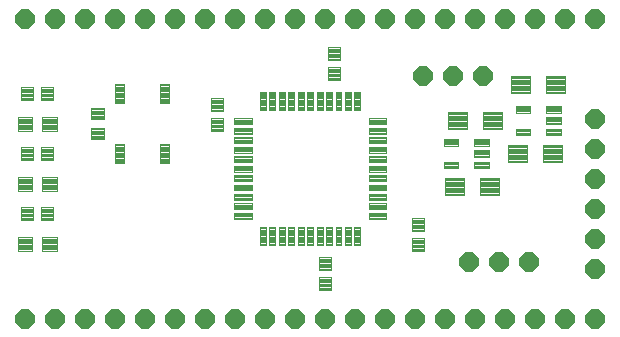
<source format=gts>
G75*
G70*
%OFA0B0*%
%FSLAX24Y24*%
%IPPOS*%
%LPD*%
%AMOC8*
5,1,8,0,0,1.08239X$1,22.5*
%
%ADD10C,0.0040*%
%ADD11OC8,0.0640*%
%ADD12C,0.0043*%
%ADD13C,0.0041*%
%ADD14C,0.0041*%
%ADD15C,0.0041*%
%ADD16C,0.0041*%
D10*
X011222Y004488D02*
X011222Y004684D01*
X011222Y004488D02*
X010632Y004488D01*
X010632Y004684D01*
X011222Y004684D01*
X011222Y004527D02*
X010632Y004527D01*
X010632Y004566D02*
X011222Y004566D01*
X011222Y004605D02*
X010632Y004605D01*
X010632Y004644D02*
X011222Y004644D01*
X011222Y004683D02*
X010632Y004683D01*
X011222Y004803D02*
X011222Y004999D01*
X011222Y004803D02*
X010632Y004803D01*
X010632Y004999D01*
X011222Y004999D01*
X011222Y004842D02*
X010632Y004842D01*
X010632Y004881D02*
X011222Y004881D01*
X011222Y004920D02*
X010632Y004920D01*
X010632Y004959D02*
X011222Y004959D01*
X011222Y004998D02*
X010632Y004998D01*
X011222Y005118D02*
X011222Y005314D01*
X011222Y005118D02*
X010632Y005118D01*
X010632Y005314D01*
X011222Y005314D01*
X011222Y005157D02*
X010632Y005157D01*
X010632Y005196D02*
X011222Y005196D01*
X011222Y005235D02*
X010632Y005235D01*
X010632Y005274D02*
X011222Y005274D01*
X011222Y005313D02*
X010632Y005313D01*
X011222Y005433D02*
X011222Y005629D01*
X011222Y005433D02*
X010632Y005433D01*
X010632Y005629D01*
X011222Y005629D01*
X011222Y005472D02*
X010632Y005472D01*
X010632Y005511D02*
X011222Y005511D01*
X011222Y005550D02*
X010632Y005550D01*
X010632Y005589D02*
X011222Y005589D01*
X011222Y005628D02*
X010632Y005628D01*
X011222Y005748D02*
X011222Y005944D01*
X011222Y005748D02*
X010632Y005748D01*
X010632Y005944D01*
X011222Y005944D01*
X011222Y005787D02*
X010632Y005787D01*
X010632Y005826D02*
X011222Y005826D01*
X011222Y005865D02*
X010632Y005865D01*
X010632Y005904D02*
X011222Y005904D01*
X011222Y005943D02*
X010632Y005943D01*
X011222Y006063D02*
X011222Y006259D01*
X011222Y006063D02*
X010632Y006063D01*
X010632Y006259D01*
X011222Y006259D01*
X011222Y006102D02*
X010632Y006102D01*
X010632Y006141D02*
X011222Y006141D01*
X011222Y006180D02*
X010632Y006180D01*
X010632Y006219D02*
X011222Y006219D01*
X011222Y006258D02*
X010632Y006258D01*
X011222Y006378D02*
X011222Y006574D01*
X011222Y006378D02*
X010632Y006378D01*
X010632Y006574D01*
X011222Y006574D01*
X011222Y006417D02*
X010632Y006417D01*
X010632Y006456D02*
X011222Y006456D01*
X011222Y006495D02*
X010632Y006495D01*
X010632Y006534D02*
X011222Y006534D01*
X011222Y006573D02*
X010632Y006573D01*
X011222Y006693D02*
X011222Y006889D01*
X011222Y006693D02*
X010632Y006693D01*
X010632Y006889D01*
X011222Y006889D01*
X011222Y006732D02*
X010632Y006732D01*
X010632Y006771D02*
X011222Y006771D01*
X011222Y006810D02*
X010632Y006810D01*
X010632Y006849D02*
X011222Y006849D01*
X011222Y006888D02*
X010632Y006888D01*
X011222Y007008D02*
X011222Y007204D01*
X011222Y007008D02*
X010632Y007008D01*
X010632Y007204D01*
X011222Y007204D01*
X011222Y007047D02*
X010632Y007047D01*
X010632Y007086D02*
X011222Y007086D01*
X011222Y007125D02*
X010632Y007125D01*
X010632Y007164D02*
X011222Y007164D01*
X011222Y007203D02*
X010632Y007203D01*
X011222Y007323D02*
X011222Y007519D01*
X011222Y007323D02*
X010632Y007323D01*
X010632Y007519D01*
X011222Y007519D01*
X011222Y007362D02*
X010632Y007362D01*
X010632Y007401D02*
X011222Y007401D01*
X011222Y007440D02*
X010632Y007440D01*
X010632Y007479D02*
X011222Y007479D01*
X011222Y007518D02*
X010632Y007518D01*
X011222Y007638D02*
X011222Y007834D01*
X011222Y007638D02*
X010632Y007638D01*
X010632Y007834D01*
X011222Y007834D01*
X011222Y007677D02*
X010632Y007677D01*
X010632Y007716D02*
X011222Y007716D01*
X011222Y007755D02*
X010632Y007755D01*
X010632Y007794D02*
X011222Y007794D01*
X011222Y007833D02*
X010632Y007833D01*
X011694Y008110D02*
X011694Y008700D01*
X011694Y008110D02*
X011498Y008110D01*
X011498Y008700D01*
X011694Y008700D01*
X011694Y008149D02*
X011498Y008149D01*
X011498Y008188D02*
X011694Y008188D01*
X011694Y008227D02*
X011498Y008227D01*
X011498Y008266D02*
X011694Y008266D01*
X011694Y008305D02*
X011498Y008305D01*
X011498Y008344D02*
X011694Y008344D01*
X011694Y008383D02*
X011498Y008383D01*
X011498Y008422D02*
X011694Y008422D01*
X011694Y008461D02*
X011498Y008461D01*
X011498Y008500D02*
X011694Y008500D01*
X011694Y008539D02*
X011498Y008539D01*
X011498Y008578D02*
X011694Y008578D01*
X011694Y008617D02*
X011498Y008617D01*
X011498Y008656D02*
X011694Y008656D01*
X011694Y008695D02*
X011498Y008695D01*
X012009Y008700D02*
X012009Y008110D01*
X011813Y008110D01*
X011813Y008700D01*
X012009Y008700D01*
X012009Y008149D02*
X011813Y008149D01*
X011813Y008188D02*
X012009Y008188D01*
X012009Y008227D02*
X011813Y008227D01*
X011813Y008266D02*
X012009Y008266D01*
X012009Y008305D02*
X011813Y008305D01*
X011813Y008344D02*
X012009Y008344D01*
X012009Y008383D02*
X011813Y008383D01*
X011813Y008422D02*
X012009Y008422D01*
X012009Y008461D02*
X011813Y008461D01*
X011813Y008500D02*
X012009Y008500D01*
X012009Y008539D02*
X011813Y008539D01*
X011813Y008578D02*
X012009Y008578D01*
X012009Y008617D02*
X011813Y008617D01*
X011813Y008656D02*
X012009Y008656D01*
X012009Y008695D02*
X011813Y008695D01*
X012324Y008700D02*
X012324Y008110D01*
X012128Y008110D01*
X012128Y008700D01*
X012324Y008700D01*
X012324Y008149D02*
X012128Y008149D01*
X012128Y008188D02*
X012324Y008188D01*
X012324Y008227D02*
X012128Y008227D01*
X012128Y008266D02*
X012324Y008266D01*
X012324Y008305D02*
X012128Y008305D01*
X012128Y008344D02*
X012324Y008344D01*
X012324Y008383D02*
X012128Y008383D01*
X012128Y008422D02*
X012324Y008422D01*
X012324Y008461D02*
X012128Y008461D01*
X012128Y008500D02*
X012324Y008500D01*
X012324Y008539D02*
X012128Y008539D01*
X012128Y008578D02*
X012324Y008578D01*
X012324Y008617D02*
X012128Y008617D01*
X012128Y008656D02*
X012324Y008656D01*
X012324Y008695D02*
X012128Y008695D01*
X012639Y008700D02*
X012639Y008110D01*
X012443Y008110D01*
X012443Y008700D01*
X012639Y008700D01*
X012639Y008149D02*
X012443Y008149D01*
X012443Y008188D02*
X012639Y008188D01*
X012639Y008227D02*
X012443Y008227D01*
X012443Y008266D02*
X012639Y008266D01*
X012639Y008305D02*
X012443Y008305D01*
X012443Y008344D02*
X012639Y008344D01*
X012639Y008383D02*
X012443Y008383D01*
X012443Y008422D02*
X012639Y008422D01*
X012639Y008461D02*
X012443Y008461D01*
X012443Y008500D02*
X012639Y008500D01*
X012639Y008539D02*
X012443Y008539D01*
X012443Y008578D02*
X012639Y008578D01*
X012639Y008617D02*
X012443Y008617D01*
X012443Y008656D02*
X012639Y008656D01*
X012639Y008695D02*
X012443Y008695D01*
X012954Y008700D02*
X012954Y008110D01*
X012758Y008110D01*
X012758Y008700D01*
X012954Y008700D01*
X012954Y008149D02*
X012758Y008149D01*
X012758Y008188D02*
X012954Y008188D01*
X012954Y008227D02*
X012758Y008227D01*
X012758Y008266D02*
X012954Y008266D01*
X012954Y008305D02*
X012758Y008305D01*
X012758Y008344D02*
X012954Y008344D01*
X012954Y008383D02*
X012758Y008383D01*
X012758Y008422D02*
X012954Y008422D01*
X012954Y008461D02*
X012758Y008461D01*
X012758Y008500D02*
X012954Y008500D01*
X012954Y008539D02*
X012758Y008539D01*
X012758Y008578D02*
X012954Y008578D01*
X012954Y008617D02*
X012758Y008617D01*
X012758Y008656D02*
X012954Y008656D01*
X012954Y008695D02*
X012758Y008695D01*
X013269Y008700D02*
X013269Y008110D01*
X013073Y008110D01*
X013073Y008700D01*
X013269Y008700D01*
X013269Y008149D02*
X013073Y008149D01*
X013073Y008188D02*
X013269Y008188D01*
X013269Y008227D02*
X013073Y008227D01*
X013073Y008266D02*
X013269Y008266D01*
X013269Y008305D02*
X013073Y008305D01*
X013073Y008344D02*
X013269Y008344D01*
X013269Y008383D02*
X013073Y008383D01*
X013073Y008422D02*
X013269Y008422D01*
X013269Y008461D02*
X013073Y008461D01*
X013073Y008500D02*
X013269Y008500D01*
X013269Y008539D02*
X013073Y008539D01*
X013073Y008578D02*
X013269Y008578D01*
X013269Y008617D02*
X013073Y008617D01*
X013073Y008656D02*
X013269Y008656D01*
X013269Y008695D02*
X013073Y008695D01*
X013584Y008700D02*
X013584Y008110D01*
X013388Y008110D01*
X013388Y008700D01*
X013584Y008700D01*
X013584Y008149D02*
X013388Y008149D01*
X013388Y008188D02*
X013584Y008188D01*
X013584Y008227D02*
X013388Y008227D01*
X013388Y008266D02*
X013584Y008266D01*
X013584Y008305D02*
X013388Y008305D01*
X013388Y008344D02*
X013584Y008344D01*
X013584Y008383D02*
X013388Y008383D01*
X013388Y008422D02*
X013584Y008422D01*
X013584Y008461D02*
X013388Y008461D01*
X013388Y008500D02*
X013584Y008500D01*
X013584Y008539D02*
X013388Y008539D01*
X013388Y008578D02*
X013584Y008578D01*
X013584Y008617D02*
X013388Y008617D01*
X013388Y008656D02*
X013584Y008656D01*
X013584Y008695D02*
X013388Y008695D01*
X013899Y008700D02*
X013899Y008110D01*
X013703Y008110D01*
X013703Y008700D01*
X013899Y008700D01*
X013899Y008149D02*
X013703Y008149D01*
X013703Y008188D02*
X013899Y008188D01*
X013899Y008227D02*
X013703Y008227D01*
X013703Y008266D02*
X013899Y008266D01*
X013899Y008305D02*
X013703Y008305D01*
X013703Y008344D02*
X013899Y008344D01*
X013899Y008383D02*
X013703Y008383D01*
X013703Y008422D02*
X013899Y008422D01*
X013899Y008461D02*
X013703Y008461D01*
X013703Y008500D02*
X013899Y008500D01*
X013899Y008539D02*
X013703Y008539D01*
X013703Y008578D02*
X013899Y008578D01*
X013899Y008617D02*
X013703Y008617D01*
X013703Y008656D02*
X013899Y008656D01*
X013899Y008695D02*
X013703Y008695D01*
X014214Y008700D02*
X014214Y008110D01*
X014018Y008110D01*
X014018Y008700D01*
X014214Y008700D01*
X014214Y008149D02*
X014018Y008149D01*
X014018Y008188D02*
X014214Y008188D01*
X014214Y008227D02*
X014018Y008227D01*
X014018Y008266D02*
X014214Y008266D01*
X014214Y008305D02*
X014018Y008305D01*
X014018Y008344D02*
X014214Y008344D01*
X014214Y008383D02*
X014018Y008383D01*
X014018Y008422D02*
X014214Y008422D01*
X014214Y008461D02*
X014018Y008461D01*
X014018Y008500D02*
X014214Y008500D01*
X014214Y008539D02*
X014018Y008539D01*
X014018Y008578D02*
X014214Y008578D01*
X014214Y008617D02*
X014018Y008617D01*
X014018Y008656D02*
X014214Y008656D01*
X014214Y008695D02*
X014018Y008695D01*
X014529Y008700D02*
X014529Y008110D01*
X014333Y008110D01*
X014333Y008700D01*
X014529Y008700D01*
X014529Y008149D02*
X014333Y008149D01*
X014333Y008188D02*
X014529Y008188D01*
X014529Y008227D02*
X014333Y008227D01*
X014333Y008266D02*
X014529Y008266D01*
X014529Y008305D02*
X014333Y008305D01*
X014333Y008344D02*
X014529Y008344D01*
X014529Y008383D02*
X014333Y008383D01*
X014333Y008422D02*
X014529Y008422D01*
X014529Y008461D02*
X014333Y008461D01*
X014333Y008500D02*
X014529Y008500D01*
X014529Y008539D02*
X014333Y008539D01*
X014333Y008578D02*
X014529Y008578D01*
X014529Y008617D02*
X014333Y008617D01*
X014333Y008656D02*
X014529Y008656D01*
X014529Y008695D02*
X014333Y008695D01*
X014844Y008700D02*
X014844Y008110D01*
X014648Y008110D01*
X014648Y008700D01*
X014844Y008700D01*
X014844Y008149D02*
X014648Y008149D01*
X014648Y008188D02*
X014844Y008188D01*
X014844Y008227D02*
X014648Y008227D01*
X014648Y008266D02*
X014844Y008266D01*
X014844Y008305D02*
X014648Y008305D01*
X014648Y008344D02*
X014844Y008344D01*
X014844Y008383D02*
X014648Y008383D01*
X014648Y008422D02*
X014844Y008422D01*
X014844Y008461D02*
X014648Y008461D01*
X014648Y008500D02*
X014844Y008500D01*
X014844Y008539D02*
X014648Y008539D01*
X014648Y008578D02*
X014844Y008578D01*
X014844Y008617D02*
X014648Y008617D01*
X014648Y008656D02*
X014844Y008656D01*
X014844Y008695D02*
X014648Y008695D01*
X015710Y007834D02*
X015710Y007638D01*
X015120Y007638D01*
X015120Y007834D01*
X015710Y007834D01*
X015710Y007677D02*
X015120Y007677D01*
X015120Y007716D02*
X015710Y007716D01*
X015710Y007755D02*
X015120Y007755D01*
X015120Y007794D02*
X015710Y007794D01*
X015710Y007833D02*
X015120Y007833D01*
X015710Y007519D02*
X015710Y007323D01*
X015120Y007323D01*
X015120Y007519D01*
X015710Y007519D01*
X015710Y007362D02*
X015120Y007362D01*
X015120Y007401D02*
X015710Y007401D01*
X015710Y007440D02*
X015120Y007440D01*
X015120Y007479D02*
X015710Y007479D01*
X015710Y007518D02*
X015120Y007518D01*
X015710Y007204D02*
X015710Y007008D01*
X015120Y007008D01*
X015120Y007204D01*
X015710Y007204D01*
X015710Y007047D02*
X015120Y007047D01*
X015120Y007086D02*
X015710Y007086D01*
X015710Y007125D02*
X015120Y007125D01*
X015120Y007164D02*
X015710Y007164D01*
X015710Y007203D02*
X015120Y007203D01*
X015710Y006889D02*
X015710Y006693D01*
X015120Y006693D01*
X015120Y006889D01*
X015710Y006889D01*
X015710Y006732D02*
X015120Y006732D01*
X015120Y006771D02*
X015710Y006771D01*
X015710Y006810D02*
X015120Y006810D01*
X015120Y006849D02*
X015710Y006849D01*
X015710Y006888D02*
X015120Y006888D01*
X015710Y006574D02*
X015710Y006378D01*
X015120Y006378D01*
X015120Y006574D01*
X015710Y006574D01*
X015710Y006417D02*
X015120Y006417D01*
X015120Y006456D02*
X015710Y006456D01*
X015710Y006495D02*
X015120Y006495D01*
X015120Y006534D02*
X015710Y006534D01*
X015710Y006573D02*
X015120Y006573D01*
X015710Y006259D02*
X015710Y006063D01*
X015120Y006063D01*
X015120Y006259D01*
X015710Y006259D01*
X015710Y006102D02*
X015120Y006102D01*
X015120Y006141D02*
X015710Y006141D01*
X015710Y006180D02*
X015120Y006180D01*
X015120Y006219D02*
X015710Y006219D01*
X015710Y006258D02*
X015120Y006258D01*
X015710Y005944D02*
X015710Y005748D01*
X015120Y005748D01*
X015120Y005944D01*
X015710Y005944D01*
X015710Y005787D02*
X015120Y005787D01*
X015120Y005826D02*
X015710Y005826D01*
X015710Y005865D02*
X015120Y005865D01*
X015120Y005904D02*
X015710Y005904D01*
X015710Y005943D02*
X015120Y005943D01*
X015710Y005629D02*
X015710Y005433D01*
X015120Y005433D01*
X015120Y005629D01*
X015710Y005629D01*
X015710Y005472D02*
X015120Y005472D01*
X015120Y005511D02*
X015710Y005511D01*
X015710Y005550D02*
X015120Y005550D01*
X015120Y005589D02*
X015710Y005589D01*
X015710Y005628D02*
X015120Y005628D01*
X015710Y005314D02*
X015710Y005118D01*
X015120Y005118D01*
X015120Y005314D01*
X015710Y005314D01*
X015710Y005157D02*
X015120Y005157D01*
X015120Y005196D02*
X015710Y005196D01*
X015710Y005235D02*
X015120Y005235D01*
X015120Y005274D02*
X015710Y005274D01*
X015710Y005313D02*
X015120Y005313D01*
X015710Y004999D02*
X015710Y004803D01*
X015120Y004803D01*
X015120Y004999D01*
X015710Y004999D01*
X015710Y004842D02*
X015120Y004842D01*
X015120Y004881D02*
X015710Y004881D01*
X015710Y004920D02*
X015120Y004920D01*
X015120Y004959D02*
X015710Y004959D01*
X015710Y004998D02*
X015120Y004998D01*
X015710Y004684D02*
X015710Y004488D01*
X015120Y004488D01*
X015120Y004684D01*
X015710Y004684D01*
X015710Y004527D02*
X015120Y004527D01*
X015120Y004566D02*
X015710Y004566D01*
X015710Y004605D02*
X015120Y004605D01*
X015120Y004644D02*
X015710Y004644D01*
X015710Y004683D02*
X015120Y004683D01*
X014844Y004212D02*
X014844Y003622D01*
X014648Y003622D01*
X014648Y004212D01*
X014844Y004212D01*
X014844Y003661D02*
X014648Y003661D01*
X014648Y003700D02*
X014844Y003700D01*
X014844Y003739D02*
X014648Y003739D01*
X014648Y003778D02*
X014844Y003778D01*
X014844Y003817D02*
X014648Y003817D01*
X014648Y003856D02*
X014844Y003856D01*
X014844Y003895D02*
X014648Y003895D01*
X014648Y003934D02*
X014844Y003934D01*
X014844Y003973D02*
X014648Y003973D01*
X014648Y004012D02*
X014844Y004012D01*
X014844Y004051D02*
X014648Y004051D01*
X014648Y004090D02*
X014844Y004090D01*
X014844Y004129D02*
X014648Y004129D01*
X014648Y004168D02*
X014844Y004168D01*
X014844Y004207D02*
X014648Y004207D01*
X014529Y004212D02*
X014529Y003622D01*
X014333Y003622D01*
X014333Y004212D01*
X014529Y004212D01*
X014529Y003661D02*
X014333Y003661D01*
X014333Y003700D02*
X014529Y003700D01*
X014529Y003739D02*
X014333Y003739D01*
X014333Y003778D02*
X014529Y003778D01*
X014529Y003817D02*
X014333Y003817D01*
X014333Y003856D02*
X014529Y003856D01*
X014529Y003895D02*
X014333Y003895D01*
X014333Y003934D02*
X014529Y003934D01*
X014529Y003973D02*
X014333Y003973D01*
X014333Y004012D02*
X014529Y004012D01*
X014529Y004051D02*
X014333Y004051D01*
X014333Y004090D02*
X014529Y004090D01*
X014529Y004129D02*
X014333Y004129D01*
X014333Y004168D02*
X014529Y004168D01*
X014529Y004207D02*
X014333Y004207D01*
X014214Y004212D02*
X014214Y003622D01*
X014018Y003622D01*
X014018Y004212D01*
X014214Y004212D01*
X014214Y003661D02*
X014018Y003661D01*
X014018Y003700D02*
X014214Y003700D01*
X014214Y003739D02*
X014018Y003739D01*
X014018Y003778D02*
X014214Y003778D01*
X014214Y003817D02*
X014018Y003817D01*
X014018Y003856D02*
X014214Y003856D01*
X014214Y003895D02*
X014018Y003895D01*
X014018Y003934D02*
X014214Y003934D01*
X014214Y003973D02*
X014018Y003973D01*
X014018Y004012D02*
X014214Y004012D01*
X014214Y004051D02*
X014018Y004051D01*
X014018Y004090D02*
X014214Y004090D01*
X014214Y004129D02*
X014018Y004129D01*
X014018Y004168D02*
X014214Y004168D01*
X014214Y004207D02*
X014018Y004207D01*
X013899Y004212D02*
X013899Y003622D01*
X013703Y003622D01*
X013703Y004212D01*
X013899Y004212D01*
X013899Y003661D02*
X013703Y003661D01*
X013703Y003700D02*
X013899Y003700D01*
X013899Y003739D02*
X013703Y003739D01*
X013703Y003778D02*
X013899Y003778D01*
X013899Y003817D02*
X013703Y003817D01*
X013703Y003856D02*
X013899Y003856D01*
X013899Y003895D02*
X013703Y003895D01*
X013703Y003934D02*
X013899Y003934D01*
X013899Y003973D02*
X013703Y003973D01*
X013703Y004012D02*
X013899Y004012D01*
X013899Y004051D02*
X013703Y004051D01*
X013703Y004090D02*
X013899Y004090D01*
X013899Y004129D02*
X013703Y004129D01*
X013703Y004168D02*
X013899Y004168D01*
X013899Y004207D02*
X013703Y004207D01*
X013584Y004212D02*
X013584Y003622D01*
X013388Y003622D01*
X013388Y004212D01*
X013584Y004212D01*
X013584Y003661D02*
X013388Y003661D01*
X013388Y003700D02*
X013584Y003700D01*
X013584Y003739D02*
X013388Y003739D01*
X013388Y003778D02*
X013584Y003778D01*
X013584Y003817D02*
X013388Y003817D01*
X013388Y003856D02*
X013584Y003856D01*
X013584Y003895D02*
X013388Y003895D01*
X013388Y003934D02*
X013584Y003934D01*
X013584Y003973D02*
X013388Y003973D01*
X013388Y004012D02*
X013584Y004012D01*
X013584Y004051D02*
X013388Y004051D01*
X013388Y004090D02*
X013584Y004090D01*
X013584Y004129D02*
X013388Y004129D01*
X013388Y004168D02*
X013584Y004168D01*
X013584Y004207D02*
X013388Y004207D01*
X013269Y004212D02*
X013269Y003622D01*
X013073Y003622D01*
X013073Y004212D01*
X013269Y004212D01*
X013269Y003661D02*
X013073Y003661D01*
X013073Y003700D02*
X013269Y003700D01*
X013269Y003739D02*
X013073Y003739D01*
X013073Y003778D02*
X013269Y003778D01*
X013269Y003817D02*
X013073Y003817D01*
X013073Y003856D02*
X013269Y003856D01*
X013269Y003895D02*
X013073Y003895D01*
X013073Y003934D02*
X013269Y003934D01*
X013269Y003973D02*
X013073Y003973D01*
X013073Y004012D02*
X013269Y004012D01*
X013269Y004051D02*
X013073Y004051D01*
X013073Y004090D02*
X013269Y004090D01*
X013269Y004129D02*
X013073Y004129D01*
X013073Y004168D02*
X013269Y004168D01*
X013269Y004207D02*
X013073Y004207D01*
X012954Y004212D02*
X012954Y003622D01*
X012758Y003622D01*
X012758Y004212D01*
X012954Y004212D01*
X012954Y003661D02*
X012758Y003661D01*
X012758Y003700D02*
X012954Y003700D01*
X012954Y003739D02*
X012758Y003739D01*
X012758Y003778D02*
X012954Y003778D01*
X012954Y003817D02*
X012758Y003817D01*
X012758Y003856D02*
X012954Y003856D01*
X012954Y003895D02*
X012758Y003895D01*
X012758Y003934D02*
X012954Y003934D01*
X012954Y003973D02*
X012758Y003973D01*
X012758Y004012D02*
X012954Y004012D01*
X012954Y004051D02*
X012758Y004051D01*
X012758Y004090D02*
X012954Y004090D01*
X012954Y004129D02*
X012758Y004129D01*
X012758Y004168D02*
X012954Y004168D01*
X012954Y004207D02*
X012758Y004207D01*
X012639Y004212D02*
X012639Y003622D01*
X012443Y003622D01*
X012443Y004212D01*
X012639Y004212D01*
X012639Y003661D02*
X012443Y003661D01*
X012443Y003700D02*
X012639Y003700D01*
X012639Y003739D02*
X012443Y003739D01*
X012443Y003778D02*
X012639Y003778D01*
X012639Y003817D02*
X012443Y003817D01*
X012443Y003856D02*
X012639Y003856D01*
X012639Y003895D02*
X012443Y003895D01*
X012443Y003934D02*
X012639Y003934D01*
X012639Y003973D02*
X012443Y003973D01*
X012443Y004012D02*
X012639Y004012D01*
X012639Y004051D02*
X012443Y004051D01*
X012443Y004090D02*
X012639Y004090D01*
X012639Y004129D02*
X012443Y004129D01*
X012443Y004168D02*
X012639Y004168D01*
X012639Y004207D02*
X012443Y004207D01*
X012324Y004212D02*
X012324Y003622D01*
X012128Y003622D01*
X012128Y004212D01*
X012324Y004212D01*
X012324Y003661D02*
X012128Y003661D01*
X012128Y003700D02*
X012324Y003700D01*
X012324Y003739D02*
X012128Y003739D01*
X012128Y003778D02*
X012324Y003778D01*
X012324Y003817D02*
X012128Y003817D01*
X012128Y003856D02*
X012324Y003856D01*
X012324Y003895D02*
X012128Y003895D01*
X012128Y003934D02*
X012324Y003934D01*
X012324Y003973D02*
X012128Y003973D01*
X012128Y004012D02*
X012324Y004012D01*
X012324Y004051D02*
X012128Y004051D01*
X012128Y004090D02*
X012324Y004090D01*
X012324Y004129D02*
X012128Y004129D01*
X012128Y004168D02*
X012324Y004168D01*
X012324Y004207D02*
X012128Y004207D01*
X012009Y004212D02*
X012009Y003622D01*
X011813Y003622D01*
X011813Y004212D01*
X012009Y004212D01*
X012009Y003661D02*
X011813Y003661D01*
X011813Y003700D02*
X012009Y003700D01*
X012009Y003739D02*
X011813Y003739D01*
X011813Y003778D02*
X012009Y003778D01*
X012009Y003817D02*
X011813Y003817D01*
X011813Y003856D02*
X012009Y003856D01*
X012009Y003895D02*
X011813Y003895D01*
X011813Y003934D02*
X012009Y003934D01*
X012009Y003973D02*
X011813Y003973D01*
X011813Y004012D02*
X012009Y004012D01*
X012009Y004051D02*
X011813Y004051D01*
X011813Y004090D02*
X012009Y004090D01*
X012009Y004129D02*
X011813Y004129D01*
X011813Y004168D02*
X012009Y004168D01*
X012009Y004207D02*
X011813Y004207D01*
X011694Y004212D02*
X011694Y003622D01*
X011498Y003622D01*
X011498Y004212D01*
X011694Y004212D01*
X011694Y003661D02*
X011498Y003661D01*
X011498Y003700D02*
X011694Y003700D01*
X011694Y003739D02*
X011498Y003739D01*
X011498Y003778D02*
X011694Y003778D01*
X011694Y003817D02*
X011498Y003817D01*
X011498Y003856D02*
X011694Y003856D01*
X011694Y003895D02*
X011498Y003895D01*
X011498Y003934D02*
X011694Y003934D01*
X011694Y003973D02*
X011498Y003973D01*
X011498Y004012D02*
X011694Y004012D01*
X011694Y004051D02*
X011498Y004051D01*
X011498Y004090D02*
X011694Y004090D01*
X011694Y004129D02*
X011498Y004129D01*
X011498Y004168D02*
X011694Y004168D01*
X011694Y004207D02*
X011498Y004207D01*
D11*
X003671Y001161D03*
X004671Y001161D03*
X005671Y001161D03*
X006671Y001161D03*
X007671Y001161D03*
X008671Y001161D03*
X009671Y001161D03*
X010671Y001161D03*
X011671Y001161D03*
X012671Y001161D03*
X013671Y001161D03*
X014671Y001161D03*
X015671Y001161D03*
X016671Y001161D03*
X017671Y001161D03*
X018671Y001161D03*
X019671Y001161D03*
X020671Y001161D03*
X021671Y001161D03*
X022671Y001161D03*
X022671Y002811D03*
X022671Y003811D03*
X022671Y004811D03*
X022671Y005811D03*
X022671Y006811D03*
X022671Y007811D03*
X018921Y009261D03*
X017921Y009261D03*
X016921Y009261D03*
X016671Y011161D03*
X015671Y011161D03*
X014671Y011161D03*
X013671Y011161D03*
X012671Y011161D03*
X011671Y011161D03*
X010671Y011161D03*
X009671Y011161D03*
X008671Y011161D03*
X007671Y011161D03*
X006671Y011161D03*
X005671Y011161D03*
X004671Y011161D03*
X003671Y011161D03*
X017671Y011161D03*
X018671Y011161D03*
X019671Y011161D03*
X020671Y011161D03*
X021671Y011161D03*
X022671Y011161D03*
X020471Y003061D03*
X019471Y003061D03*
X018471Y003061D03*
D12*
X016575Y003412D02*
X016575Y003842D01*
X016967Y003842D01*
X016967Y003412D01*
X016575Y003412D01*
X016575Y003454D02*
X016967Y003454D01*
X016967Y003496D02*
X016575Y003496D01*
X016575Y003538D02*
X016967Y003538D01*
X016967Y003580D02*
X016575Y003580D01*
X016575Y003622D02*
X016967Y003622D01*
X016967Y003664D02*
X016575Y003664D01*
X016575Y003706D02*
X016967Y003706D01*
X016967Y003748D02*
X016575Y003748D01*
X016575Y003790D02*
X016967Y003790D01*
X016967Y003832D02*
X016575Y003832D01*
X016575Y004081D02*
X016575Y004511D01*
X016967Y004511D01*
X016967Y004081D01*
X016575Y004081D01*
X016575Y004123D02*
X016967Y004123D01*
X016967Y004165D02*
X016575Y004165D01*
X016575Y004207D02*
X016967Y004207D01*
X016967Y004249D02*
X016575Y004249D01*
X016575Y004291D02*
X016967Y004291D01*
X016967Y004333D02*
X016575Y004333D01*
X016575Y004375D02*
X016967Y004375D01*
X016967Y004417D02*
X016575Y004417D01*
X016575Y004459D02*
X016967Y004459D01*
X016967Y004501D02*
X016575Y004501D01*
X013475Y003211D02*
X013475Y002781D01*
X013475Y003211D02*
X013867Y003211D01*
X013867Y002781D01*
X013475Y002781D01*
X013475Y002823D02*
X013867Y002823D01*
X013867Y002865D02*
X013475Y002865D01*
X013475Y002907D02*
X013867Y002907D01*
X013867Y002949D02*
X013475Y002949D01*
X013475Y002991D02*
X013867Y002991D01*
X013867Y003033D02*
X013475Y003033D01*
X013475Y003075D02*
X013867Y003075D01*
X013867Y003117D02*
X013475Y003117D01*
X013475Y003159D02*
X013867Y003159D01*
X013867Y003201D02*
X013475Y003201D01*
X013475Y002542D02*
X013475Y002112D01*
X013475Y002542D02*
X013867Y002542D01*
X013867Y002112D01*
X013475Y002112D01*
X013475Y002154D02*
X013867Y002154D01*
X013867Y002196D02*
X013475Y002196D01*
X013475Y002238D02*
X013867Y002238D01*
X013867Y002280D02*
X013475Y002280D01*
X013475Y002322D02*
X013867Y002322D01*
X013867Y002364D02*
X013475Y002364D01*
X013475Y002406D02*
X013867Y002406D01*
X013867Y002448D02*
X013475Y002448D01*
X013475Y002490D02*
X013867Y002490D01*
X013867Y002532D02*
X013475Y002532D01*
X005856Y007131D02*
X005856Y007523D01*
X006286Y007523D01*
X006286Y007131D01*
X005856Y007131D01*
X005856Y007173D02*
X006286Y007173D01*
X006286Y007215D02*
X005856Y007215D01*
X005856Y007257D02*
X006286Y007257D01*
X006286Y007299D02*
X005856Y007299D01*
X005856Y007341D02*
X006286Y007341D01*
X006286Y007383D02*
X005856Y007383D01*
X005856Y007425D02*
X006286Y007425D01*
X006286Y007467D02*
X005856Y007467D01*
X005856Y007509D02*
X006286Y007509D01*
X005856Y007800D02*
X005856Y008192D01*
X006286Y008192D01*
X006286Y007800D01*
X005856Y007800D01*
X005856Y007842D02*
X006286Y007842D01*
X006286Y007884D02*
X005856Y007884D01*
X005856Y007926D02*
X006286Y007926D01*
X006286Y007968D02*
X005856Y007968D01*
X005856Y008010D02*
X006286Y008010D01*
X006286Y008052D02*
X005856Y008052D01*
X005856Y008094D02*
X006286Y008094D01*
X006286Y008136D02*
X005856Y008136D01*
X005856Y008178D02*
X006286Y008178D01*
X004602Y008876D02*
X004210Y008876D01*
X004602Y008876D02*
X004602Y008446D01*
X004210Y008446D01*
X004210Y008876D01*
X004210Y008488D02*
X004602Y008488D01*
X004602Y008530D02*
X004210Y008530D01*
X004210Y008572D02*
X004602Y008572D01*
X004602Y008614D02*
X004210Y008614D01*
X004210Y008656D02*
X004602Y008656D01*
X004602Y008698D02*
X004210Y008698D01*
X004210Y008740D02*
X004602Y008740D01*
X004602Y008782D02*
X004210Y008782D01*
X004210Y008824D02*
X004602Y008824D01*
X004602Y008866D02*
X004210Y008866D01*
X003932Y008876D02*
X003540Y008876D01*
X003932Y008876D02*
X003932Y008446D01*
X003540Y008446D01*
X003540Y008876D01*
X003540Y008488D02*
X003932Y008488D01*
X003932Y008530D02*
X003540Y008530D01*
X003540Y008572D02*
X003932Y008572D01*
X003932Y008614D02*
X003540Y008614D01*
X003540Y008656D02*
X003932Y008656D01*
X003932Y008698D02*
X003540Y008698D01*
X003540Y008740D02*
X003932Y008740D01*
X003932Y008782D02*
X003540Y008782D01*
X003540Y008824D02*
X003932Y008824D01*
X003932Y008866D02*
X003540Y008866D01*
X003540Y006876D02*
X003932Y006876D01*
X003932Y006446D01*
X003540Y006446D01*
X003540Y006876D01*
X003540Y006488D02*
X003932Y006488D01*
X003932Y006530D02*
X003540Y006530D01*
X003540Y006572D02*
X003932Y006572D01*
X003932Y006614D02*
X003540Y006614D01*
X003540Y006656D02*
X003932Y006656D01*
X003932Y006698D02*
X003540Y006698D01*
X003540Y006740D02*
X003932Y006740D01*
X003932Y006782D02*
X003540Y006782D01*
X003540Y006824D02*
X003932Y006824D01*
X003932Y006866D02*
X003540Y006866D01*
X004210Y006876D02*
X004602Y006876D01*
X004602Y006446D01*
X004210Y006446D01*
X004210Y006876D01*
X004210Y006488D02*
X004602Y006488D01*
X004602Y006530D02*
X004210Y006530D01*
X004210Y006572D02*
X004602Y006572D01*
X004602Y006614D02*
X004210Y006614D01*
X004210Y006656D02*
X004602Y006656D01*
X004602Y006698D02*
X004210Y006698D01*
X004210Y006740D02*
X004602Y006740D01*
X004602Y006782D02*
X004210Y006782D01*
X004210Y006824D02*
X004602Y006824D01*
X004602Y006866D02*
X004210Y006866D01*
X004210Y004446D02*
X004602Y004446D01*
X004210Y004446D02*
X004210Y004876D01*
X004602Y004876D01*
X004602Y004446D01*
X004602Y004488D02*
X004210Y004488D01*
X004210Y004530D02*
X004602Y004530D01*
X004602Y004572D02*
X004210Y004572D01*
X004210Y004614D02*
X004602Y004614D01*
X004602Y004656D02*
X004210Y004656D01*
X004210Y004698D02*
X004602Y004698D01*
X004602Y004740D02*
X004210Y004740D01*
X004210Y004782D02*
X004602Y004782D01*
X004602Y004824D02*
X004210Y004824D01*
X004210Y004866D02*
X004602Y004866D01*
X003932Y004446D02*
X003540Y004446D01*
X003540Y004876D01*
X003932Y004876D01*
X003932Y004446D01*
X003932Y004488D02*
X003540Y004488D01*
X003540Y004530D02*
X003932Y004530D01*
X003932Y004572D02*
X003540Y004572D01*
X003540Y004614D02*
X003932Y004614D01*
X003932Y004656D02*
X003540Y004656D01*
X003540Y004698D02*
X003932Y004698D01*
X003932Y004740D02*
X003540Y004740D01*
X003540Y004782D02*
X003932Y004782D01*
X003932Y004824D02*
X003540Y004824D01*
X003540Y004866D02*
X003932Y004866D01*
X010267Y007412D02*
X010267Y007842D01*
X010267Y007412D02*
X009875Y007412D01*
X009875Y007842D01*
X010267Y007842D01*
X010267Y007454D02*
X009875Y007454D01*
X009875Y007496D02*
X010267Y007496D01*
X010267Y007538D02*
X009875Y007538D01*
X009875Y007580D02*
X010267Y007580D01*
X010267Y007622D02*
X009875Y007622D01*
X009875Y007664D02*
X010267Y007664D01*
X010267Y007706D02*
X009875Y007706D01*
X009875Y007748D02*
X010267Y007748D01*
X010267Y007790D02*
X009875Y007790D01*
X009875Y007832D02*
X010267Y007832D01*
X010267Y008081D02*
X010267Y008511D01*
X010267Y008081D02*
X009875Y008081D01*
X009875Y008511D01*
X010267Y008511D01*
X010267Y008123D02*
X009875Y008123D01*
X009875Y008165D02*
X010267Y008165D01*
X010267Y008207D02*
X009875Y008207D01*
X009875Y008249D02*
X010267Y008249D01*
X010267Y008291D02*
X009875Y008291D01*
X009875Y008333D02*
X010267Y008333D01*
X010267Y008375D02*
X009875Y008375D01*
X009875Y008417D02*
X010267Y008417D01*
X010267Y008459D02*
X009875Y008459D01*
X009875Y008501D02*
X010267Y008501D01*
X014167Y009112D02*
X014167Y009542D01*
X014167Y009112D02*
X013775Y009112D01*
X013775Y009542D01*
X014167Y009542D01*
X014167Y009154D02*
X013775Y009154D01*
X013775Y009196D02*
X014167Y009196D01*
X014167Y009238D02*
X013775Y009238D01*
X013775Y009280D02*
X014167Y009280D01*
X014167Y009322D02*
X013775Y009322D01*
X013775Y009364D02*
X014167Y009364D01*
X014167Y009406D02*
X013775Y009406D01*
X013775Y009448D02*
X014167Y009448D01*
X014167Y009490D02*
X013775Y009490D01*
X013775Y009532D02*
X014167Y009532D01*
X014167Y009781D02*
X014167Y010211D01*
X014167Y009781D02*
X013775Y009781D01*
X013775Y010211D01*
X014167Y010211D01*
X014167Y009823D02*
X013775Y009823D01*
X013775Y009865D02*
X014167Y009865D01*
X014167Y009907D02*
X013775Y009907D01*
X013775Y009949D02*
X014167Y009949D01*
X014167Y009991D02*
X013775Y009991D01*
X013775Y010033D02*
X014167Y010033D01*
X014167Y010075D02*
X013775Y010075D01*
X013775Y010117D02*
X014167Y010117D01*
X014167Y010159D02*
X013775Y010159D01*
X013775Y010201D02*
X014167Y010201D01*
D13*
X017765Y007486D02*
X018395Y007486D01*
X017765Y007486D02*
X017765Y008036D01*
X018395Y008036D01*
X018395Y007486D01*
X018395Y007526D02*
X017765Y007526D01*
X017765Y007566D02*
X018395Y007566D01*
X018395Y007606D02*
X017765Y007606D01*
X017765Y007646D02*
X018395Y007646D01*
X018395Y007686D02*
X017765Y007686D01*
X017765Y007726D02*
X018395Y007726D01*
X018395Y007766D02*
X017765Y007766D01*
X017765Y007806D02*
X018395Y007806D01*
X018395Y007846D02*
X017765Y007846D01*
X017765Y007886D02*
X018395Y007886D01*
X018395Y007926D02*
X017765Y007926D01*
X017765Y007966D02*
X018395Y007966D01*
X018395Y008006D02*
X017765Y008006D01*
X018946Y008036D02*
X019576Y008036D01*
X019576Y007486D01*
X018946Y007486D01*
X018946Y008036D01*
X018946Y007526D02*
X019576Y007526D01*
X019576Y007566D02*
X018946Y007566D01*
X018946Y007606D02*
X019576Y007606D01*
X019576Y007646D02*
X018946Y007646D01*
X018946Y007686D02*
X019576Y007686D01*
X019576Y007726D02*
X018946Y007726D01*
X018946Y007766D02*
X019576Y007766D01*
X019576Y007806D02*
X018946Y007806D01*
X018946Y007846D02*
X019576Y007846D01*
X019576Y007886D02*
X018946Y007886D01*
X018946Y007926D02*
X019576Y007926D01*
X019576Y007966D02*
X018946Y007966D01*
X018946Y008006D02*
X019576Y008006D01*
X019865Y008686D02*
X020495Y008686D01*
X019865Y008686D02*
X019865Y009236D01*
X020495Y009236D01*
X020495Y008686D01*
X020495Y008726D02*
X019865Y008726D01*
X019865Y008766D02*
X020495Y008766D01*
X020495Y008806D02*
X019865Y008806D01*
X019865Y008846D02*
X020495Y008846D01*
X020495Y008886D02*
X019865Y008886D01*
X019865Y008926D02*
X020495Y008926D01*
X020495Y008966D02*
X019865Y008966D01*
X019865Y009006D02*
X020495Y009006D01*
X020495Y009046D02*
X019865Y009046D01*
X019865Y009086D02*
X020495Y009086D01*
X020495Y009126D02*
X019865Y009126D01*
X019865Y009166D02*
X020495Y009166D01*
X020495Y009206D02*
X019865Y009206D01*
X021046Y009236D02*
X021676Y009236D01*
X021676Y008686D01*
X021046Y008686D01*
X021046Y009236D01*
X021046Y008726D02*
X021676Y008726D01*
X021676Y008766D02*
X021046Y008766D01*
X021046Y008806D02*
X021676Y008806D01*
X021676Y008846D02*
X021046Y008846D01*
X021046Y008886D02*
X021676Y008886D01*
X021676Y008926D02*
X021046Y008926D01*
X021046Y008966D02*
X021676Y008966D01*
X021676Y009006D02*
X021046Y009006D01*
X021046Y009046D02*
X021676Y009046D01*
X021676Y009086D02*
X021046Y009086D01*
X021046Y009126D02*
X021676Y009126D01*
X021676Y009166D02*
X021046Y009166D01*
X021046Y009206D02*
X021676Y009206D01*
X021576Y006936D02*
X020946Y006936D01*
X021576Y006936D02*
X021576Y006386D01*
X020946Y006386D01*
X020946Y006936D01*
X020946Y006426D02*
X021576Y006426D01*
X021576Y006466D02*
X020946Y006466D01*
X020946Y006506D02*
X021576Y006506D01*
X021576Y006546D02*
X020946Y006546D01*
X020946Y006586D02*
X021576Y006586D01*
X021576Y006626D02*
X020946Y006626D01*
X020946Y006666D02*
X021576Y006666D01*
X021576Y006706D02*
X020946Y006706D01*
X020946Y006746D02*
X021576Y006746D01*
X021576Y006786D02*
X020946Y006786D01*
X020946Y006826D02*
X021576Y006826D01*
X021576Y006866D02*
X020946Y006866D01*
X020946Y006906D02*
X021576Y006906D01*
X020395Y006386D02*
X019765Y006386D01*
X019765Y006936D01*
X020395Y006936D01*
X020395Y006386D01*
X020395Y006426D02*
X019765Y006426D01*
X019765Y006466D02*
X020395Y006466D01*
X020395Y006506D02*
X019765Y006506D01*
X019765Y006546D02*
X020395Y006546D01*
X020395Y006586D02*
X019765Y006586D01*
X019765Y006626D02*
X020395Y006626D01*
X020395Y006666D02*
X019765Y006666D01*
X019765Y006706D02*
X020395Y006706D01*
X020395Y006746D02*
X019765Y006746D01*
X019765Y006786D02*
X020395Y006786D01*
X020395Y006826D02*
X019765Y006826D01*
X019765Y006866D02*
X020395Y006866D01*
X020395Y006906D02*
X019765Y006906D01*
X019476Y005836D02*
X018846Y005836D01*
X019476Y005836D02*
X019476Y005286D01*
X018846Y005286D01*
X018846Y005836D01*
X018846Y005326D02*
X019476Y005326D01*
X019476Y005366D02*
X018846Y005366D01*
X018846Y005406D02*
X019476Y005406D01*
X019476Y005446D02*
X018846Y005446D01*
X018846Y005486D02*
X019476Y005486D01*
X019476Y005526D02*
X018846Y005526D01*
X018846Y005566D02*
X019476Y005566D01*
X019476Y005606D02*
X018846Y005606D01*
X018846Y005646D02*
X019476Y005646D01*
X019476Y005686D02*
X018846Y005686D01*
X018846Y005726D02*
X019476Y005726D01*
X019476Y005766D02*
X018846Y005766D01*
X018846Y005806D02*
X019476Y005806D01*
X018295Y005286D02*
X017665Y005286D01*
X017665Y005836D01*
X018295Y005836D01*
X018295Y005286D01*
X018295Y005326D02*
X017665Y005326D01*
X017665Y005366D02*
X018295Y005366D01*
X018295Y005406D02*
X017665Y005406D01*
X017665Y005446D02*
X018295Y005446D01*
X018295Y005486D02*
X017665Y005486D01*
X017665Y005526D02*
X018295Y005526D01*
X018295Y005566D02*
X017665Y005566D01*
X017665Y005606D02*
X018295Y005606D01*
X018295Y005646D02*
X017665Y005646D01*
X017665Y005686D02*
X018295Y005686D01*
X018295Y005726D02*
X017665Y005726D01*
X017665Y005766D02*
X018295Y005766D01*
X018295Y005806D02*
X017665Y005806D01*
D14*
X008471Y006986D02*
X008171Y006986D01*
X008471Y006986D02*
X008471Y006336D01*
X008171Y006336D01*
X008171Y006986D01*
X008171Y006376D02*
X008471Y006376D01*
X008471Y006416D02*
X008171Y006416D01*
X008171Y006456D02*
X008471Y006456D01*
X008471Y006496D02*
X008171Y006496D01*
X008171Y006536D02*
X008471Y006536D01*
X008471Y006576D02*
X008171Y006576D01*
X008171Y006616D02*
X008471Y006616D01*
X008471Y006656D02*
X008171Y006656D01*
X008171Y006696D02*
X008471Y006696D01*
X008471Y006736D02*
X008171Y006736D01*
X008171Y006776D02*
X008471Y006776D01*
X008471Y006816D02*
X008171Y006816D01*
X008171Y006856D02*
X008471Y006856D01*
X008471Y006896D02*
X008171Y006896D01*
X008171Y006936D02*
X008471Y006936D01*
X008471Y006976D02*
X008171Y006976D01*
X006971Y006986D02*
X006671Y006986D01*
X006971Y006986D02*
X006971Y006336D01*
X006671Y006336D01*
X006671Y006986D01*
X006671Y006376D02*
X006971Y006376D01*
X006971Y006416D02*
X006671Y006416D01*
X006671Y006456D02*
X006971Y006456D01*
X006971Y006496D02*
X006671Y006496D01*
X006671Y006536D02*
X006971Y006536D01*
X006971Y006576D02*
X006671Y006576D01*
X006671Y006616D02*
X006971Y006616D01*
X006971Y006656D02*
X006671Y006656D01*
X006671Y006696D02*
X006971Y006696D01*
X006971Y006736D02*
X006671Y006736D01*
X006671Y006776D02*
X006971Y006776D01*
X006971Y006816D02*
X006671Y006816D01*
X006671Y006856D02*
X006971Y006856D01*
X006971Y006896D02*
X006671Y006896D01*
X006671Y006936D02*
X006971Y006936D01*
X006971Y006976D02*
X006671Y006976D01*
X006671Y008986D02*
X006971Y008986D01*
X006971Y008336D01*
X006671Y008336D01*
X006671Y008986D01*
X006671Y008376D02*
X006971Y008376D01*
X006971Y008416D02*
X006671Y008416D01*
X006671Y008456D02*
X006971Y008456D01*
X006971Y008496D02*
X006671Y008496D01*
X006671Y008536D02*
X006971Y008536D01*
X006971Y008576D02*
X006671Y008576D01*
X006671Y008616D02*
X006971Y008616D01*
X006971Y008656D02*
X006671Y008656D01*
X006671Y008696D02*
X006971Y008696D01*
X006971Y008736D02*
X006671Y008736D01*
X006671Y008776D02*
X006971Y008776D01*
X006971Y008816D02*
X006671Y008816D01*
X006671Y008856D02*
X006971Y008856D01*
X006971Y008896D02*
X006671Y008896D01*
X006671Y008936D02*
X006971Y008936D01*
X006971Y008976D02*
X006671Y008976D01*
X008171Y008986D02*
X008471Y008986D01*
X008471Y008336D01*
X008171Y008336D01*
X008171Y008986D01*
X008171Y008376D02*
X008471Y008376D01*
X008471Y008416D02*
X008171Y008416D01*
X008171Y008456D02*
X008471Y008456D01*
X008471Y008496D02*
X008171Y008496D01*
X008171Y008536D02*
X008471Y008536D01*
X008471Y008576D02*
X008171Y008576D01*
X008171Y008616D02*
X008471Y008616D01*
X008471Y008656D02*
X008171Y008656D01*
X008171Y008696D02*
X008471Y008696D01*
X008471Y008736D02*
X008171Y008736D01*
X008171Y008776D02*
X008471Y008776D01*
X008471Y008816D02*
X008171Y008816D01*
X008171Y008856D02*
X008471Y008856D01*
X008471Y008896D02*
X008171Y008896D01*
X008171Y008936D02*
X008471Y008936D01*
X008471Y008976D02*
X008171Y008976D01*
D15*
X004720Y007897D02*
X004720Y007425D01*
X004248Y007425D01*
X004248Y007897D01*
X004720Y007897D01*
X004720Y007465D02*
X004248Y007465D01*
X004248Y007505D02*
X004720Y007505D01*
X004720Y007545D02*
X004248Y007545D01*
X004248Y007585D02*
X004720Y007585D01*
X004720Y007625D02*
X004248Y007625D01*
X004248Y007665D02*
X004720Y007665D01*
X004720Y007705D02*
X004248Y007705D01*
X004248Y007745D02*
X004720Y007745D01*
X004720Y007785D02*
X004248Y007785D01*
X004248Y007825D02*
X004720Y007825D01*
X004720Y007865D02*
X004248Y007865D01*
X003893Y007897D02*
X003893Y007425D01*
X003421Y007425D01*
X003421Y007897D01*
X003893Y007897D01*
X003893Y007465D02*
X003421Y007465D01*
X003421Y007505D02*
X003893Y007505D01*
X003893Y007545D02*
X003421Y007545D01*
X003421Y007585D02*
X003893Y007585D01*
X003893Y007625D02*
X003421Y007625D01*
X003421Y007665D02*
X003893Y007665D01*
X003893Y007705D02*
X003421Y007705D01*
X003421Y007745D02*
X003893Y007745D01*
X003893Y007785D02*
X003421Y007785D01*
X003421Y007825D02*
X003893Y007825D01*
X003893Y007865D02*
X003421Y007865D01*
X003893Y005897D02*
X003893Y005425D01*
X003421Y005425D01*
X003421Y005897D01*
X003893Y005897D01*
X003893Y005465D02*
X003421Y005465D01*
X003421Y005505D02*
X003893Y005505D01*
X003893Y005545D02*
X003421Y005545D01*
X003421Y005585D02*
X003893Y005585D01*
X003893Y005625D02*
X003421Y005625D01*
X003421Y005665D02*
X003893Y005665D01*
X003893Y005705D02*
X003421Y005705D01*
X003421Y005745D02*
X003893Y005745D01*
X003893Y005785D02*
X003421Y005785D01*
X003421Y005825D02*
X003893Y005825D01*
X003893Y005865D02*
X003421Y005865D01*
X004720Y005897D02*
X004720Y005425D01*
X004248Y005425D01*
X004248Y005897D01*
X004720Y005897D01*
X004720Y005465D02*
X004248Y005465D01*
X004248Y005505D02*
X004720Y005505D01*
X004720Y005545D02*
X004248Y005545D01*
X004248Y005585D02*
X004720Y005585D01*
X004720Y005625D02*
X004248Y005625D01*
X004248Y005665D02*
X004720Y005665D01*
X004720Y005705D02*
X004248Y005705D01*
X004248Y005745D02*
X004720Y005745D01*
X004720Y005785D02*
X004248Y005785D01*
X004248Y005825D02*
X004720Y005825D01*
X004720Y005865D02*
X004248Y005865D01*
X004248Y003897D02*
X004248Y003425D01*
X004248Y003897D02*
X004720Y003897D01*
X004720Y003425D01*
X004248Y003425D01*
X004248Y003465D02*
X004720Y003465D01*
X004720Y003505D02*
X004248Y003505D01*
X004248Y003545D02*
X004720Y003545D01*
X004720Y003585D02*
X004248Y003585D01*
X004248Y003625D02*
X004720Y003625D01*
X004720Y003665D02*
X004248Y003665D01*
X004248Y003705D02*
X004720Y003705D01*
X004720Y003745D02*
X004248Y003745D01*
X004248Y003785D02*
X004720Y003785D01*
X004720Y003825D02*
X004248Y003825D01*
X004248Y003865D02*
X004720Y003865D01*
X003421Y003897D02*
X003421Y003425D01*
X003421Y003897D02*
X003893Y003897D01*
X003893Y003425D01*
X003421Y003425D01*
X003421Y003465D02*
X003893Y003465D01*
X003893Y003505D02*
X003421Y003505D01*
X003421Y003545D02*
X003893Y003545D01*
X003893Y003585D02*
X003421Y003585D01*
X003421Y003625D02*
X003893Y003625D01*
X003893Y003665D02*
X003421Y003665D01*
X003421Y003705D02*
X003893Y003705D01*
X003893Y003745D02*
X003421Y003745D01*
X003421Y003785D02*
X003893Y003785D01*
X003893Y003825D02*
X003421Y003825D01*
X003421Y003865D02*
X003893Y003865D01*
D16*
X018095Y006179D02*
X018095Y006395D01*
X018095Y006179D02*
X017623Y006179D01*
X017623Y006395D01*
X018095Y006395D01*
X018095Y006219D02*
X017623Y006219D01*
X017623Y006259D02*
X018095Y006259D01*
X018095Y006299D02*
X017623Y006299D01*
X017623Y006339D02*
X018095Y006339D01*
X018095Y006379D02*
X017623Y006379D01*
X018095Y006927D02*
X018095Y007143D01*
X018095Y006927D02*
X017623Y006927D01*
X017623Y007143D01*
X018095Y007143D01*
X018095Y006967D02*
X017623Y006967D01*
X017623Y007007D02*
X018095Y007007D01*
X018095Y007047D02*
X017623Y007047D01*
X017623Y007087D02*
X018095Y007087D01*
X018095Y007127D02*
X017623Y007127D01*
X019119Y007143D02*
X019119Y006927D01*
X018647Y006927D01*
X018647Y007143D01*
X019119Y007143D01*
X019119Y006967D02*
X018647Y006967D01*
X018647Y007007D02*
X019119Y007007D01*
X019119Y007047D02*
X018647Y007047D01*
X018647Y007087D02*
X019119Y007087D01*
X019119Y007127D02*
X018647Y007127D01*
X019119Y006769D02*
X019119Y006553D01*
X018647Y006553D01*
X018647Y006769D01*
X019119Y006769D01*
X019119Y006593D02*
X018647Y006593D01*
X018647Y006633D02*
X019119Y006633D01*
X019119Y006673D02*
X018647Y006673D01*
X018647Y006713D02*
X019119Y006713D01*
X019119Y006753D02*
X018647Y006753D01*
X019119Y006395D02*
X019119Y006179D01*
X018647Y006179D01*
X018647Y006395D01*
X019119Y006395D01*
X019119Y006219D02*
X018647Y006219D01*
X018647Y006259D02*
X019119Y006259D01*
X019119Y006299D02*
X018647Y006299D01*
X018647Y006339D02*
X019119Y006339D01*
X019119Y006379D02*
X018647Y006379D01*
X020495Y007279D02*
X020495Y007495D01*
X020495Y007279D02*
X020023Y007279D01*
X020023Y007495D01*
X020495Y007495D01*
X020495Y007319D02*
X020023Y007319D01*
X020023Y007359D02*
X020495Y007359D01*
X020495Y007399D02*
X020023Y007399D01*
X020023Y007439D02*
X020495Y007439D01*
X020495Y007479D02*
X020023Y007479D01*
X020495Y008027D02*
X020495Y008243D01*
X020495Y008027D02*
X020023Y008027D01*
X020023Y008243D01*
X020495Y008243D01*
X020495Y008067D02*
X020023Y008067D01*
X020023Y008107D02*
X020495Y008107D01*
X020495Y008147D02*
X020023Y008147D01*
X020023Y008187D02*
X020495Y008187D01*
X020495Y008227D02*
X020023Y008227D01*
X021519Y008243D02*
X021519Y008027D01*
X021047Y008027D01*
X021047Y008243D01*
X021519Y008243D01*
X021519Y008067D02*
X021047Y008067D01*
X021047Y008107D02*
X021519Y008107D01*
X021519Y008147D02*
X021047Y008147D01*
X021047Y008187D02*
X021519Y008187D01*
X021519Y008227D02*
X021047Y008227D01*
X021519Y007869D02*
X021519Y007653D01*
X021047Y007653D01*
X021047Y007869D01*
X021519Y007869D01*
X021519Y007693D02*
X021047Y007693D01*
X021047Y007733D02*
X021519Y007733D01*
X021519Y007773D02*
X021047Y007773D01*
X021047Y007813D02*
X021519Y007813D01*
X021519Y007853D02*
X021047Y007853D01*
X021519Y007495D02*
X021519Y007279D01*
X021047Y007279D01*
X021047Y007495D01*
X021519Y007495D01*
X021519Y007319D02*
X021047Y007319D01*
X021047Y007359D02*
X021519Y007359D01*
X021519Y007399D02*
X021047Y007399D01*
X021047Y007439D02*
X021519Y007439D01*
X021519Y007479D02*
X021047Y007479D01*
M02*

</source>
